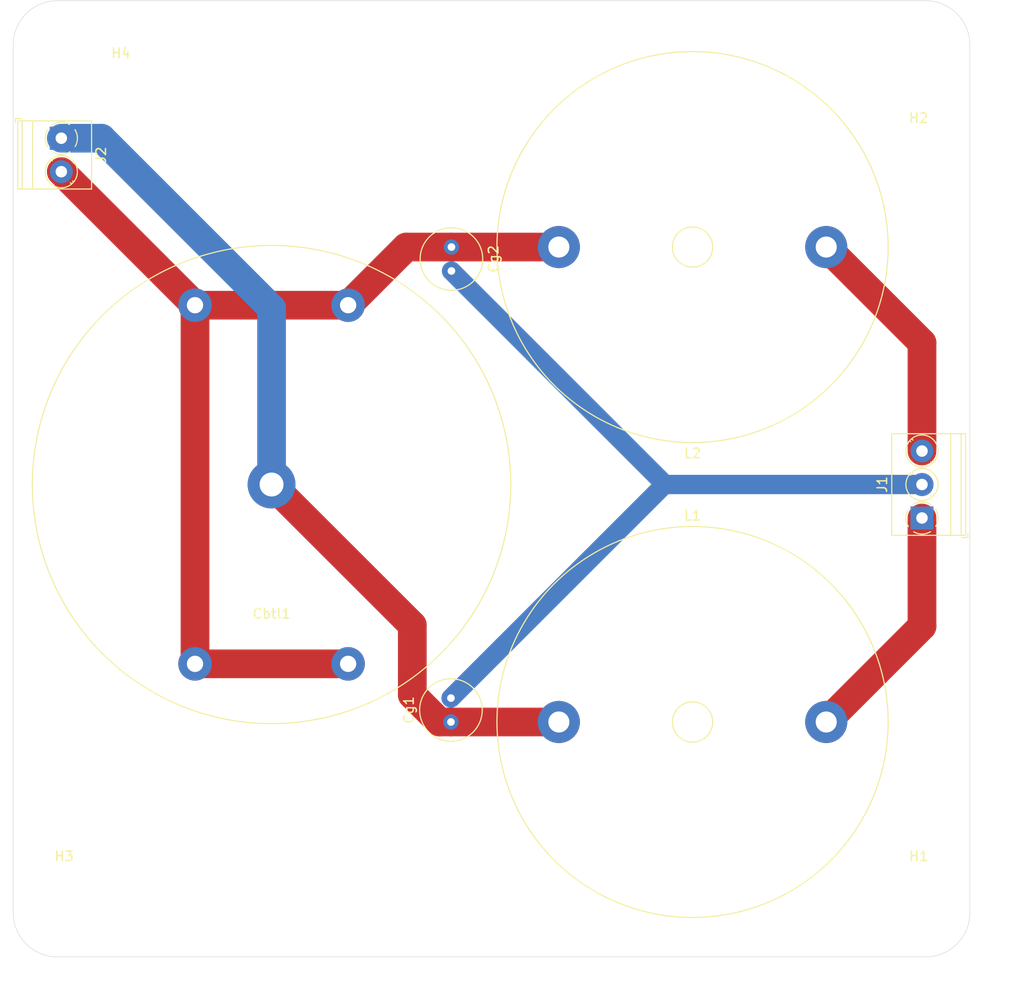
<source format=kicad_pcb>
(kicad_pcb (version 20171130) (host pcbnew "(5.1.10-1-10_14)")

  (general
    (thickness 1.6)
    (drawings 10)
    (tracks 24)
    (zones 0)
    (modules 11)
    (nets 6)
  )

  (page A4)
  (layers
    (0 F.Cu signal)
    (31 B.Cu signal)
    (32 B.Adhes user)
    (33 F.Adhes user)
    (34 B.Paste user)
    (35 F.Paste user)
    (36 B.SilkS user)
    (37 F.SilkS user)
    (38 B.Mask user)
    (39 F.Mask user)
    (40 Dwgs.User user)
    (41 Cmts.User user)
    (42 Eco1.User user)
    (43 Eco2.User user)
    (44 Edge.Cuts user)
    (45 Margin user)
    (46 B.CrtYd user)
    (47 F.CrtYd user)
    (48 B.Fab user)
    (49 F.Fab user)
  )

  (setup
    (last_trace_width 2)
    (user_trace_width 2)
    (user_trace_width 3)
    (user_trace_width 4)
    (trace_clearance 0.2)
    (zone_clearance 0.508)
    (zone_45_only no)
    (trace_min 0.2)
    (via_size 0.8)
    (via_drill 0.4)
    (via_min_size 0.4)
    (via_min_drill 0.3)
    (uvia_size 0.3)
    (uvia_drill 0.1)
    (uvias_allowed no)
    (uvia_min_size 0.2)
    (uvia_min_drill 0.1)
    (edge_width 0.05)
    (segment_width 0.2)
    (pcb_text_width 0.3)
    (pcb_text_size 1.5 1.5)
    (mod_edge_width 0.12)
    (mod_text_size 1 1)
    (mod_text_width 0.15)
    (pad_size 1.524 1.524)
    (pad_drill 0.762)
    (pad_to_mask_clearance 0)
    (aux_axis_origin 0 0)
    (visible_elements FFFFFF7F)
    (pcbplotparams
      (layerselection 0x010fc_ffffffff)
      (usegerberextensions true)
      (usegerberattributes false)
      (usegerberadvancedattributes false)
      (creategerberjobfile false)
      (excludeedgelayer true)
      (linewidth 0.100000)
      (plotframeref false)
      (viasonmask false)
      (mode 1)
      (useauxorigin false)
      (hpglpennumber 1)
      (hpglpenspeed 20)
      (hpglpendiameter 15.000000)
      (psnegative false)
      (psa4output false)
      (plotreference true)
      (plotvalue false)
      (plotinvisibletext false)
      (padsonsilk false)
      (subtractmaskfromsilk true)
      (outputformat 1)
      (mirror false)
      (drillshape 0)
      (scaleselection 1)
      (outputdirectory "gerber/"))
  )

  (net 0 "")
  (net 1 out+)
  (net 2 out-)
  (net 3 GND)
  (net 4 in+)
  (net 5 in-)

  (net_class Default "This is the default net class."
    (clearance 0.2)
    (trace_width 0.25)
    (via_dia 0.8)
    (via_drill 0.4)
    (uvia_dia 0.3)
    (uvia_drill 0.1)
    (add_net GND)
    (add_net in+)
    (add_net in-)
    (add_net out+)
    (add_net out-)
  )

  (module MountingHole:MountingHole_4.3mm_M4 locked (layer F.Cu) (tedit 56D1B4CB) (tstamp 6139F1F9)
    (at 196.197 147.0962)
    (descr "Mounting Hole 4.3mm, no annular, M4")
    (tags "mounting hole 4.3mm no annular m4")
    (path /6133C499/61545B32)
    (attr virtual)
    (fp_text reference H1 (at 0 -5.3) (layer F.SilkS)
      (effects (font (size 1 1) (thickness 0.15)))
    )
    (fp_text value MountingHole (at 0 5.3) (layer F.Fab)
      (effects (font (size 1 1) (thickness 0.15)))
    )
    (fp_circle (center 0 0) (end 4.3 0) (layer Cmts.User) (width 0.15))
    (fp_circle (center 0 0) (end 4.55 0) (layer F.CrtYd) (width 0.05))
    (fp_text user %R (at 0.3 0) (layer F.Fab)
      (effects (font (size 1 1) (thickness 0.15)))
    )
    (pad 1 np_thru_hole circle (at 0 0) (size 4.3 4.3) (drill 4.3) (layers *.Cu *.Mask))
  )

  (module MountingHole:MountingHole_4.3mm_M4 locked (layer F.Cu) (tedit 56D1B4CB) (tstamp 6139F1F2)
    (at 196.197 57.739)
    (descr "Mounting Hole 4.3mm, no annular, M4")
    (tags "mounting hole 4.3mm no annular m4")
    (path /6133C499/61546C2A)
    (attr virtual)
    (fp_text reference H2 (at -0.0074 6.8786) (layer F.SilkS)
      (effects (font (size 1 1) (thickness 0.15)))
    )
    (fp_text value MountingHole (at 0 5.3) (layer F.Fab)
      (effects (font (size 1 1) (thickness 0.15)))
    )
    (fp_circle (center 0 0) (end 4.3 0) (layer Cmts.User) (width 0.15))
    (fp_circle (center 0 0) (end 4.55 0) (layer F.CrtYd) (width 0.05))
    (fp_text user %R (at 0.3 0) (layer F.Fab)
      (effects (font (size 1 1) (thickness 0.15)))
    )
    (pad 1 np_thru_hole circle (at 0 0) (size 4.3 4.3) (drill 4.3) (layers *.Cu *.Mask))
  )

  (module MountingHole:MountingHole_4.3mm_M4 locked (layer F.Cu) (tedit 56D1B4CB) (tstamp 6139F1EB)
    (at 106.8906 147.0962)
    (descr "Mounting Hole 4.3mm, no annular, M4")
    (tags "mounting hole 4.3mm no annular m4")
    (path /6133C499/61547715)
    (attr virtual)
    (fp_text reference H3 (at 0 -5.3) (layer F.SilkS)
      (effects (font (size 1 1) (thickness 0.15)))
    )
    (fp_text value MountingHole (at 0 5.3) (layer F.Fab)
      (effects (font (size 1 1) (thickness 0.15)))
    )
    (fp_circle (center 0 0) (end 4.3 0) (layer Cmts.User) (width 0.15))
    (fp_circle (center 0 0) (end 4.55 0) (layer F.CrtYd) (width 0.05))
    (fp_text user %R (at 0.3 0) (layer F.Fab)
      (effects (font (size 1 1) (thickness 0.15)))
    )
    (pad 1 np_thru_hole circle (at 0 0) (size 4.3 4.3) (drill 4.3) (layers *.Cu *.Mask))
  )

  (module MountingHole:MountingHole_4.3mm_M4 locked (layer F.Cu) (tedit 56D1B4CB) (tstamp 6139F1E4)
    (at 106.8906 57.739)
    (descr "Mounting Hole 4.3mm, no annular, M4")
    (tags "mounting hole 4.3mm no annular m4")
    (path /6133C499/61547A96)
    (attr virtual)
    (fp_text reference H4 (at 5.9362 0.0968) (layer F.SilkS)
      (effects (font (size 1 1) (thickness 0.15)))
    )
    (fp_text value MountingHole (at 0 5.3) (layer F.Fab)
      (effects (font (size 1 1) (thickness 0.15)))
    )
    (fp_circle (center 0 0) (end 4.3 0) (layer Cmts.User) (width 0.15))
    (fp_circle (center 0 0) (end 4.55 0) (layer F.CrtYd) (width 0.05))
    (fp_text user %R (at 0.3 0) (layer F.Fab)
      (effects (font (size 1 1) (thickness 0.15)))
    )
    (pad 1 np_thru_hole circle (at 0 0) (size 4.3 4.3) (drill 4.3) (layers *.Cu *.Mask))
  )

  (module Capacitor_THT_TDK:C_Radial_D50.00mm_P16.00mm_P37.50mm (layer F.Cu) (tedit 6139E070) (tstamp 613A3F93)
    (at 128.5748 102.9335)
    (descr "TDK EPCOS 5 pin B32320I")
    (path /613A037E)
    (fp_text reference Cbtl1 (at 0 13.5) (layer F.SilkS)
      (effects (font (size 1 1) (thickness 0.15)))
    )
    (fp_text value "260 uF" (at 0 10.47) (layer F.Fab)
      (effects (font (size 1 1) (thickness 0.15)))
    )
    (fp_circle (center 0 0) (end 0 25) (layer F.SilkS) (width 0.12))
    (pad 2 thru_hole circle (at 0 0) (size 5 5) (drill 2.5) (layers *.Cu *.Mask)
      (net 1 out+))
    (pad 1 thru_hole circle (at 8 -18.75) (size 3.5 3.5) (drill 1.7) (layers *.Cu *.Mask)
      (net 2 out-))
    (pad 1 thru_hole circle (at -8 -18.75) (size 3.5 3.5) (drill 1.7) (layers *.Cu *.Mask)
      (net 2 out-))
    (pad 1 thru_hole circle (at -8 18.75) (size 3.5 3.5) (drill 1.7) (layers *.Cu *.Mask)
      (net 2 out-))
    (pad 1 thru_hole circle (at 8 18.75) (size 3.5 3.5) (drill 1.7) (layers *.Cu *.Mask)
      (net 2 out-))
  )

  (module Capacitor_THT:C_Radial_D6.3mm_H11.0mm_P2.50mm (layer F.Cu) (tedit 5BC5C9B9) (tstamp 613A3F9D)
    (at 147.32 127.762 90)
    (descr "C, Radial series, Radial, pin pitch=2.50mm, diameter=6.3mm, height=11mm, Non-Polar Electrolytic Capacitor")
    (tags "C Radial series Radial pin pitch 2.50mm diameter 6.3mm height 11mm Non-Polar Electrolytic Capacitor")
    (path /6139FFEF)
    (fp_text reference Cg1 (at 1.25 -4.4 90) (layer F.SilkS)
      (effects (font (size 1 1) (thickness 0.15)))
    )
    (fp_text value "56 uF" (at 1.25 4.4 90) (layer F.Fab)
      (effects (font (size 1 1) (thickness 0.15)))
    )
    (fp_text user %R (at 1.25 0 90) (layer F.Fab)
      (effects (font (size 1 1) (thickness 0.15)))
    )
    (fp_circle (center 1.25 0) (end 4.4 0) (layer F.Fab) (width 0.1))
    (fp_circle (center 1.25 0) (end 4.52 0) (layer F.SilkS) (width 0.12))
    (fp_circle (center 1.25 0) (end 4.65 0) (layer F.CrtYd) (width 0.05))
    (pad 2 thru_hole circle (at 2.5 0 90) (size 1.6 1.6) (drill 0.8) (layers *.Cu *.Mask)
      (net 3 GND))
    (pad 1 thru_hole circle (at 0 0 90) (size 1.6 1.6) (drill 0.8) (layers *.Cu *.Mask)
      (net 1 out+))
    (model ${KISYS3DMOD}/Capacitor_THT.3dshapes/C_Radial_D6.3mm_H11.0mm_P2.50mm.wrl
      (at (xyz 0 0 0))
      (scale (xyz 1 1 1))
      (rotate (xyz 0 0 0))
    )
  )

  (module Capacitor_THT:C_Radial_D6.3mm_H11.0mm_P2.50mm (layer F.Cu) (tedit 5BC5C9B9) (tstamp 613A3FA7)
    (at 147.3708 78.105 270)
    (descr "C, Radial series, Radial, pin pitch=2.50mm, diameter=6.3mm, height=11mm, Non-Polar Electrolytic Capacitor")
    (tags "C Radial series Radial pin pitch 2.50mm diameter 6.3mm height 11mm Non-Polar Electrolytic Capacitor")
    (path /613A04F3)
    (fp_text reference Cg2 (at 1.25 -4.4 90) (layer F.SilkS)
      (effects (font (size 1 1) (thickness 0.15)))
    )
    (fp_text value "56 uF" (at 1.25 4.4 90) (layer F.Fab)
      (effects (font (size 1 1) (thickness 0.15)))
    )
    (fp_circle (center 1.25 0) (end 4.65 0) (layer F.CrtYd) (width 0.05))
    (fp_circle (center 1.25 0) (end 4.52 0) (layer F.SilkS) (width 0.12))
    (fp_circle (center 1.25 0) (end 4.4 0) (layer F.Fab) (width 0.1))
    (fp_text user %R (at 1.25 0 90) (layer F.Fab)
      (effects (font (size 1 1) (thickness 0.15)))
    )
    (pad 1 thru_hole circle (at 0 0 270) (size 1.6 1.6) (drill 0.8) (layers *.Cu *.Mask)
      (net 2 out-))
    (pad 2 thru_hole circle (at 2.5 0 270) (size 1.6 1.6) (drill 0.8) (layers *.Cu *.Mask)
      (net 3 GND))
    (model ${KISYS3DMOD}/Capacitor_THT.3dshapes/C_Radial_D6.3mm_H11.0mm_P2.50mm.wrl
      (at (xyz 0 0 0))
      (scale (xyz 1 1 1))
      (rotate (xyz 0 0 0))
    )
  )

  (module TerminalBlock_Phoenix:TerminalBlock_Phoenix_PT-1,5-2-3.5-H_1x02_P3.50mm_Horizontal (layer F.Cu) (tedit 5B294F3F) (tstamp 613A3FFB)
    (at 106.6038 66.7258 270)
    (descr "Terminal Block Phoenix PT-1,5-2-3.5-H, 2 pins, pitch 3.5mm, size 7x7.6mm^2, drill diamater 1.2mm, pad diameter 2.4mm, see , script-generated using https://github.com/pointhi/kicad-footprint-generator/scripts/TerminalBlock_Phoenix")
    (tags "THT Terminal Block Phoenix PT-1,5-2-3.5-H pitch 3.5mm size 7x7.6mm^2 drill 1.2mm pad 2.4mm")
    (path /6139F9D3)
    (fp_text reference J2 (at 1.75 -4.16 90) (layer F.SilkS)
      (effects (font (size 1 1) (thickness 0.15)))
    )
    (fp_text value Screw_Terminal_01x02 (at 1.75 5.56 90) (layer F.Fab)
      (effects (font (size 1 1) (thickness 0.15)))
    )
    (fp_text user %R (at 1.75 2.4 90) (layer F.Fab)
      (effects (font (size 1 1) (thickness 0.15)))
    )
    (fp_arc (start 0 0) (end -0.866 1.44) (angle -32) (layer F.SilkS) (width 0.12))
    (fp_arc (start 0 0) (end -1.44 -0.866) (angle -63) (layer F.SilkS) (width 0.12))
    (fp_arc (start 0 0) (end 0.866 -1.44) (angle -63) (layer F.SilkS) (width 0.12))
    (fp_arc (start 0 0) (end 1.425 0.891) (angle -64) (layer F.SilkS) (width 0.12))
    (fp_arc (start 0 0) (end 0 1.68) (angle -32) (layer F.SilkS) (width 0.12))
    (fp_circle (center 0 0) (end 1.5 0) (layer F.Fab) (width 0.1))
    (fp_circle (center 3.5 0) (end 5 0) (layer F.Fab) (width 0.1))
    (fp_circle (center 3.5 0) (end 5.18 0) (layer F.SilkS) (width 0.12))
    (fp_line (start -1.75 -3.1) (end 5.25 -3.1) (layer F.Fab) (width 0.1))
    (fp_line (start 5.25 -3.1) (end 5.25 4.5) (layer F.Fab) (width 0.1))
    (fp_line (start 5.25 4.5) (end -1.35 4.5) (layer F.Fab) (width 0.1))
    (fp_line (start -1.35 4.5) (end -1.75 4.1) (layer F.Fab) (width 0.1))
    (fp_line (start -1.75 4.1) (end -1.75 -3.1) (layer F.Fab) (width 0.1))
    (fp_line (start -1.75 4.1) (end 5.25 4.1) (layer F.Fab) (width 0.1))
    (fp_line (start -1.81 4.1) (end 5.31 4.1) (layer F.SilkS) (width 0.12))
    (fp_line (start -1.75 3) (end 5.25 3) (layer F.Fab) (width 0.1))
    (fp_line (start -1.81 3) (end 5.31 3) (layer F.SilkS) (width 0.12))
    (fp_line (start -1.81 -3.16) (end 5.31 -3.16) (layer F.SilkS) (width 0.12))
    (fp_line (start -1.81 4.56) (end 5.31 4.56) (layer F.SilkS) (width 0.12))
    (fp_line (start -1.81 -3.16) (end -1.81 4.56) (layer F.SilkS) (width 0.12))
    (fp_line (start 5.31 -3.16) (end 5.31 4.56) (layer F.SilkS) (width 0.12))
    (fp_line (start 1.138 -0.955) (end -0.955 1.138) (layer F.Fab) (width 0.1))
    (fp_line (start 0.955 -1.138) (end -1.138 0.955) (layer F.Fab) (width 0.1))
    (fp_line (start 4.638 -0.955) (end 2.546 1.138) (layer F.Fab) (width 0.1))
    (fp_line (start 4.455 -1.138) (end 2.363 0.955) (layer F.Fab) (width 0.1))
    (fp_line (start 4.775 -1.069) (end 4.646 -0.941) (layer F.SilkS) (width 0.12))
    (fp_line (start 2.525 1.181) (end 2.431 1.274) (layer F.SilkS) (width 0.12))
    (fp_line (start 4.57 -1.275) (end 4.476 -1.181) (layer F.SilkS) (width 0.12))
    (fp_line (start 2.355 0.941) (end 2.226 1.069) (layer F.SilkS) (width 0.12))
    (fp_line (start -2.05 4.16) (end -2.05 4.8) (layer F.SilkS) (width 0.12))
    (fp_line (start -2.05 4.8) (end -1.65 4.8) (layer F.SilkS) (width 0.12))
    (fp_line (start -2.25 -3.6) (end -2.25 5) (layer F.CrtYd) (width 0.05))
    (fp_line (start -2.25 5) (end 5.75 5) (layer F.CrtYd) (width 0.05))
    (fp_line (start 5.75 5) (end 5.75 -3.6) (layer F.CrtYd) (width 0.05))
    (fp_line (start 5.75 -3.6) (end -2.25 -3.6) (layer F.CrtYd) (width 0.05))
    (pad 2 thru_hole circle (at 3.5 0 270) (size 2.4 2.4) (drill 1.2) (layers *.Cu *.Mask)
      (net 2 out-))
    (pad 1 thru_hole rect (at 0 0 270) (size 2.4 2.4) (drill 1.2) (layers *.Cu *.Mask)
      (net 1 out+))
    (model ${KISYS3DMOD}/TerminalBlock_Phoenix.3dshapes/TerminalBlock_Phoenix_PT-1,5-2-3.5-H_1x02_P3.50mm_Horizontal.wrl
      (at (xyz 0 0 0))
      (scale (xyz 1 1 1))
      (rotate (xyz 0 0 0))
    )
  )

  (module Inductor_THT:L_Radial_D40.6mm_P27.94mm_Vishay_IHB-4 (layer F.Cu) (tedit 5AE59B06) (tstamp 613A400A)
    (at 158.5976 127.762)
    (descr "Inductor, Radial series, Radial, pin pitch=27.94mm, , diameter=40.64mm, Vishay, IHB-4, http://www.vishay.com/docs/34015/ihb.pdf")
    (tags "Inductor Radial series Radial pin pitch 27.94mm  diameter 40.64mm Vishay IHB-4")
    (path /6139E598)
    (fp_text reference L1 (at 13.97 -21.57) (layer F.SilkS)
      (effects (font (size 1 1) (thickness 0.15)))
    )
    (fp_text value "2.2 mH" (at 13.97 21.57) (layer F.Fab)
      (effects (font (size 1 1) (thickness 0.15)))
    )
    (fp_line (start 34.54 -20.57) (end -6.6 -20.57) (layer F.CrtYd) (width 0.05))
    (fp_line (start 34.54 20.57) (end 34.54 -20.57) (layer F.CrtYd) (width 0.05))
    (fp_line (start -6.6 20.57) (end 34.54 20.57) (layer F.CrtYd) (width 0.05))
    (fp_line (start -6.6 -20.57) (end -6.6 20.57) (layer F.CrtYd) (width 0.05))
    (fp_circle (center 13.97 0) (end 16.075 0) (layer F.SilkS) (width 0.12))
    (fp_circle (center 13.97 0) (end 34.41 0) (layer F.SilkS) (width 0.12))
    (fp_circle (center 13.97 0) (end 16.195 0) (layer F.Fab) (width 0.1))
    (fp_circle (center 13.97 0) (end 34.29 0) (layer F.Fab) (width 0.1))
    (fp_text user %R (at 13.97 0) (layer F.Fab)
      (effects (font (size 1 1) (thickness 0.15)))
    )
    (pad 1 thru_hole circle (at 0 0) (size 4.4 4.4) (drill 2.2) (layers *.Cu *.Mask)
      (net 1 out+))
    (pad 2 thru_hole circle (at 27.94 0) (size 4.4 4.4) (drill 2.2) (layers *.Cu *.Mask)
      (net 4 in+))
    (model ${KISYS3DMOD}/Inductor_THT.3dshapes/L_Radial_D40.6mm_P27.94mm_Vishay_IHB-4.wrl
      (at (xyz 0 0 0))
      (scale (xyz 1 1 1))
      (rotate (xyz 0 0 0))
    )
  )

  (module Inductor_THT:L_Radial_D40.6mm_P27.94mm_Vishay_IHB-4 (layer F.Cu) (tedit 5AE59B06) (tstamp 613A4019)
    (at 186.5376 78.105 180)
    (descr "Inductor, Radial series, Radial, pin pitch=27.94mm, , diameter=40.64mm, Vishay, IHB-4, http://www.vishay.com/docs/34015/ihb.pdf")
    (tags "Inductor Radial series Radial pin pitch 27.94mm  diameter 40.64mm Vishay IHB-4")
    (path /6139F705)
    (fp_text reference L2 (at 13.97 -21.57) (layer F.SilkS)
      (effects (font (size 1 1) (thickness 0.15)))
    )
    (fp_text value "2.2 mH" (at 13.97 21.57) (layer F.Fab)
      (effects (font (size 1 1) (thickness 0.15)))
    )
    (fp_text user %R (at 13.97 0) (layer F.Fab)
      (effects (font (size 1 1) (thickness 0.15)))
    )
    (fp_circle (center 13.97 0) (end 34.29 0) (layer F.Fab) (width 0.1))
    (fp_circle (center 13.97 0) (end 16.195 0) (layer F.Fab) (width 0.1))
    (fp_circle (center 13.97 0) (end 34.41 0) (layer F.SilkS) (width 0.12))
    (fp_circle (center 13.97 0) (end 16.075 0) (layer F.SilkS) (width 0.12))
    (fp_line (start -6.6 -20.57) (end -6.6 20.57) (layer F.CrtYd) (width 0.05))
    (fp_line (start -6.6 20.57) (end 34.54 20.57) (layer F.CrtYd) (width 0.05))
    (fp_line (start 34.54 20.57) (end 34.54 -20.57) (layer F.CrtYd) (width 0.05))
    (fp_line (start 34.54 -20.57) (end -6.6 -20.57) (layer F.CrtYd) (width 0.05))
    (pad 2 thru_hole circle (at 27.94 0 180) (size 4.4 4.4) (drill 2.2) (layers *.Cu *.Mask)
      (net 2 out-))
    (pad 1 thru_hole circle (at 0 0 180) (size 4.4 4.4) (drill 2.2) (layers *.Cu *.Mask)
      (net 5 in-))
    (model ${KISYS3DMOD}/Inductor_THT.3dshapes/L_Radial_D40.6mm_P27.94mm_Vishay_IHB-4.wrl
      (at (xyz 0 0 0))
      (scale (xyz 1 1 1))
      (rotate (xyz 0 0 0))
    )
  )

  (module TerminalBlock_Phoenix:TerminalBlock_Phoenix_PT-1,5-3-3.5-H_1x03_P3.50mm_Horizontal (layer F.Cu) (tedit 5B294F3F) (tstamp 613A4686)
    (at 196.5452 106.4335 90)
    (descr "Terminal Block Phoenix PT-1,5-3-3.5-H, 3 pins, pitch 3.5mm, size 10.5x7.6mm^2, drill diamater 1.2mm, pad diameter 2.4mm, see , script-generated using https://github.com/pointhi/kicad-footprint-generator/scripts/TerminalBlock_Phoenix")
    (tags "THT Terminal Block Phoenix PT-1,5-3-3.5-H pitch 3.5mm size 10.5x7.6mm^2 drill 1.2mm pad 2.4mm")
    (path /6139F524)
    (fp_text reference J1 (at 3.5 -4.16 90) (layer F.SilkS)
      (effects (font (size 1 1) (thickness 0.15)))
    )
    (fp_text value Screw_Terminal_01x03 (at 3.5 5.56 90) (layer F.Fab)
      (effects (font (size 1 1) (thickness 0.15)))
    )
    (fp_line (start 9.25 -3.6) (end -2.25 -3.6) (layer F.CrtYd) (width 0.05))
    (fp_line (start 9.25 5) (end 9.25 -3.6) (layer F.CrtYd) (width 0.05))
    (fp_line (start -2.25 5) (end 9.25 5) (layer F.CrtYd) (width 0.05))
    (fp_line (start -2.25 -3.6) (end -2.25 5) (layer F.CrtYd) (width 0.05))
    (fp_line (start -2.05 4.8) (end -1.65 4.8) (layer F.SilkS) (width 0.12))
    (fp_line (start -2.05 4.16) (end -2.05 4.8) (layer F.SilkS) (width 0.12))
    (fp_line (start 5.855 0.941) (end 5.726 1.069) (layer F.SilkS) (width 0.12))
    (fp_line (start 8.07 -1.275) (end 7.976 -1.181) (layer F.SilkS) (width 0.12))
    (fp_line (start 6.025 1.181) (end 5.931 1.274) (layer F.SilkS) (width 0.12))
    (fp_line (start 8.275 -1.069) (end 8.146 -0.941) (layer F.SilkS) (width 0.12))
    (fp_line (start 7.955 -1.138) (end 5.863 0.955) (layer F.Fab) (width 0.1))
    (fp_line (start 8.138 -0.955) (end 6.046 1.138) (layer F.Fab) (width 0.1))
    (fp_line (start 2.355 0.941) (end 2.226 1.069) (layer F.SilkS) (width 0.12))
    (fp_line (start 4.57 -1.275) (end 4.476 -1.181) (layer F.SilkS) (width 0.12))
    (fp_line (start 2.525 1.181) (end 2.431 1.274) (layer F.SilkS) (width 0.12))
    (fp_line (start 4.775 -1.069) (end 4.646 -0.941) (layer F.SilkS) (width 0.12))
    (fp_line (start 4.455 -1.138) (end 2.363 0.955) (layer F.Fab) (width 0.1))
    (fp_line (start 4.638 -0.955) (end 2.546 1.138) (layer F.Fab) (width 0.1))
    (fp_line (start 0.955 -1.138) (end -1.138 0.955) (layer F.Fab) (width 0.1))
    (fp_line (start 1.138 -0.955) (end -0.955 1.138) (layer F.Fab) (width 0.1))
    (fp_line (start 8.81 -3.16) (end 8.81 4.56) (layer F.SilkS) (width 0.12))
    (fp_line (start -1.81 -3.16) (end -1.81 4.56) (layer F.SilkS) (width 0.12))
    (fp_line (start -1.81 4.56) (end 8.81 4.56) (layer F.SilkS) (width 0.12))
    (fp_line (start -1.81 -3.16) (end 8.81 -3.16) (layer F.SilkS) (width 0.12))
    (fp_line (start -1.81 3) (end 8.81 3) (layer F.SilkS) (width 0.12))
    (fp_line (start -1.75 3) (end 8.75 3) (layer F.Fab) (width 0.1))
    (fp_line (start -1.81 4.1) (end 8.81 4.1) (layer F.SilkS) (width 0.12))
    (fp_line (start -1.75 4.1) (end 8.75 4.1) (layer F.Fab) (width 0.1))
    (fp_line (start -1.75 4.1) (end -1.75 -3.1) (layer F.Fab) (width 0.1))
    (fp_line (start -1.35 4.5) (end -1.75 4.1) (layer F.Fab) (width 0.1))
    (fp_line (start 8.75 4.5) (end -1.35 4.5) (layer F.Fab) (width 0.1))
    (fp_line (start 8.75 -3.1) (end 8.75 4.5) (layer F.Fab) (width 0.1))
    (fp_line (start -1.75 -3.1) (end 8.75 -3.1) (layer F.Fab) (width 0.1))
    (fp_circle (center 7 0) (end 8.68 0) (layer F.SilkS) (width 0.12))
    (fp_circle (center 7 0) (end 8.5 0) (layer F.Fab) (width 0.1))
    (fp_circle (center 3.5 0) (end 5.18 0) (layer F.SilkS) (width 0.12))
    (fp_circle (center 3.5 0) (end 5 0) (layer F.Fab) (width 0.1))
    (fp_circle (center 0 0) (end 1.5 0) (layer F.Fab) (width 0.1))
    (fp_arc (start 0 0) (end 0 1.68) (angle -32) (layer F.SilkS) (width 0.12))
    (fp_arc (start 0 0) (end 1.425 0.891) (angle -64) (layer F.SilkS) (width 0.12))
    (fp_arc (start 0 0) (end 0.866 -1.44) (angle -63) (layer F.SilkS) (width 0.12))
    (fp_arc (start 0 0) (end -1.44 -0.866) (angle -63) (layer F.SilkS) (width 0.12))
    (fp_arc (start 0 0) (end -0.866 1.44) (angle -32) (layer F.SilkS) (width 0.12))
    (fp_text user %R (at 3.5 2.4 90) (layer F.Fab)
      (effects (font (size 1 1) (thickness 0.15)))
    )
    (pad 1 thru_hole rect (at 0 0 90) (size 2.4 2.4) (drill 1.2) (layers *.Cu *.Mask)
      (net 4 in+))
    (pad 2 thru_hole circle (at 3.5 0 90) (size 2.4 2.4) (drill 1.2) (layers *.Cu *.Mask)
      (net 3 GND))
    (pad 3 thru_hole circle (at 7 0 90) (size 2.4 2.4) (drill 1.2) (layers *.Cu *.Mask)
      (net 5 in-))
    (model ${KISYS3DMOD}/TerminalBlock_Phoenix.3dshapes/TerminalBlock_Phoenix_PT-1,5-3-3.5-H_1x03_P3.50mm_Horizontal.wrl
      (at (xyz 0 0 0))
      (scale (xyz 1 1 1))
      (rotate (xyz 0 0 0))
    )
  )

  (gr_arc (start 196.9262 147.701) (end 196.9262 152.3238) (angle -90) (layer Edge.Cuts) (width 0.05) (tstamp 613A49D7))
  (gr_arc (start 106.1974 147.701) (end 101.5746 147.701) (angle -90) (layer Edge.Cuts) (width 0.05) (tstamp 613A49D7))
  (gr_arc (start 106.1974 56.9722) (end 106.1974 52.3494) (angle -90) (layer Edge.Cuts) (width 0.05) (tstamp 613A49D7))
  (gr_arc (start 196.9262 56.9722) (end 201.549 56.9722) (angle -90) (layer Edge.Cuts) (width 0.05))
  (gr_line (start 106.1974 152.3238) (end 196.9262 152.3238) (layer Edge.Cuts) (width 0.05) (tstamp 613A4240))
  (gr_line (start 101.5746 56.9722) (end 101.5746 147.701) (layer Edge.Cuts) (width 0.05))
  (gr_line (start 196.9262 52.3494) (end 106.1974 52.3494) (layer Edge.Cuts) (width 0.05))
  (gr_line (start 201.549 147.701) (end 201.549 56.9722) (layer Edge.Cuts) (width 0.05))
  (dimension 99.9744 (width 0.15) (layer Dwgs.User)
    (gr_text "99.974 mm" (at 205.84676 102.3366 90) (layer Dwgs.User)
      (effects (font (size 1 1) (thickness 0.15)))
    )
    (feature1 (pts (xy 201.549 52.3494) (xy 205.133181 52.3494)))
    (feature2 (pts (xy 201.549 152.3238) (xy 205.133181 152.3238)))
    (crossbar (pts (xy 204.54676 152.3238) (xy 204.54676 52.3494)))
    (arrow1a (pts (xy 204.54676 52.3494) (xy 205.133181 53.475904)))
    (arrow1b (pts (xy 204.54676 52.3494) (xy 203.960339 53.475904)))
    (arrow2a (pts (xy 204.54676 152.3238) (xy 205.133181 151.197296)))
    (arrow2b (pts (xy 204.54676 152.3238) (xy 203.960339 151.197296)))
  )
  (dimension 99.9744 (width 0.15) (layer Dwgs.User)
    (gr_text "99.974 mm" (at 151.5618 156.4432) (layer Dwgs.User) (tstamp 613A4272)
      (effects (font (size 1 1) (thickness 0.15)))
    )
    (feature1 (pts (xy 201.549 152.3238) (xy 201.549 155.729621)))
    (feature2 (pts (xy 101.5746 152.3238) (xy 101.5746 155.729621)))
    (crossbar (pts (xy 101.5746 155.1432) (xy 201.549 155.1432)))
    (arrow1a (pts (xy 201.549 155.1432) (xy 200.422496 155.729621)))
    (arrow1b (pts (xy 201.549 155.1432) (xy 200.422496 154.556779)))
    (arrow2a (pts (xy 101.5746 155.1432) (xy 102.701104 155.729621)))
    (arrow2b (pts (xy 101.5746 155.1432) (xy 102.701104 154.556779)))
  )

  (segment (start 128.5748 84.4968) (end 128.5748 102.9335) (width 3) (layer B.Cu) (net 1))
  (segment (start 110.8038 66.7258) (end 128.5748 84.4968) (width 3) (layer B.Cu) (net 1))
  (segment (start 106.6038 66.7258) (end 110.8038 66.7258) (width 3) (layer B.Cu) (net 1))
  (segment (start 128.5748 102.9335) (end 143.2814 117.6401) (width 3) (layer F.Cu) (net 1))
  (segment (start 158.5976 127.762) (end 147.32 127.762) (width 3) (layer F.Cu) (net 1))
  (segment (start 143.2814 124.923402) (end 143.2814 117.6401) (width 3) (layer F.Cu) (net 1))
  (segment (start 146.119999 127.762001) (end 143.2814 124.923402) (width 3) (layer F.Cu) (net 1))
  (segment (start 147.32 127.762) (end 146.119999 127.762001) (width 3) (layer F.Cu) (net 1))
  (segment (start 136.5748 121.6835) (end 120.5748 121.6835) (width 3) (layer F.Cu) (net 2))
  (segment (start 120.5748 84.1835) (end 120.5748 121.6835) (width 3) (layer F.Cu) (net 2))
  (segment (start 136.5748 84.1835) (end 120.5748 84.1835) (width 3) (layer F.Cu) (net 2))
  (segment (start 106.6171 70.2258) (end 120.5748 84.1835) (width 3) (layer F.Cu) (net 2))
  (segment (start 106.6038 70.2258) (end 106.6171 70.2258) (width 3) (layer F.Cu) (net 2))
  (segment (start 158.5976 78.105) (end 147.3708 78.105) (width 3) (layer F.Cu) (net 2))
  (segment (start 142.653301 78.104999) (end 147.3708 78.104999) (width 3) (layer F.Cu) (net 2))
  (segment (start 136.5748 84.1835) (end 142.653301 78.104999) (width 3) (layer F.Cu) (net 2))
  (segment (start 169.6993 102.9335) (end 147.3708 80.605) (width 2) (layer B.Cu) (net 3))
  (segment (start 196.5452 102.9335) (end 169.6993 102.9335) (width 2) (layer B.Cu) (net 3))
  (segment (start 169.6485 102.9335) (end 147.32 125.262) (width 2) (layer B.Cu) (net 3))
  (segment (start 196.5452 102.9335) (end 169.6485 102.9335) (width 2) (layer B.Cu) (net 3))
  (segment (start 196.5452 117.7544) (end 186.5376 127.762) (width 3) (layer F.Cu) (net 4))
  (segment (start 196.5452 117.7544) (end 196.5452 106.4335) (width 3) (layer F.Cu) (net 4))
  (segment (start 196.5452 88.1126) (end 186.5376 78.105) (width 3) (layer F.Cu) (net 5))
  (segment (start 196.5452 88.1126) (end 196.5452 99.4335) (width 3) (layer F.Cu) (net 5))

)

</source>
